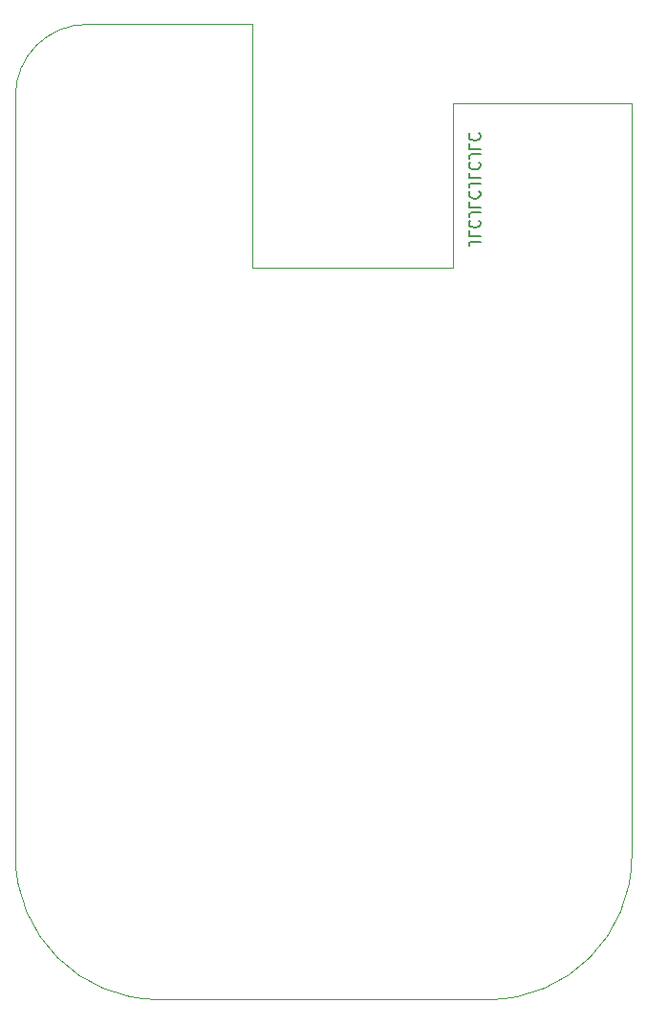
<source format=gbr>
G04 #@! TF.GenerationSoftware,KiCad,Pcbnew,5.1.5-52549c5~86~ubuntu18.04.1*
G04 #@! TF.CreationDate,2020-06-06T12:27:41+01:00*
G04 #@! TF.ProjectId,holobone,686f6c6f-626f-46e6-952e-6b696361645f,rev?*
G04 #@! TF.SameCoordinates,Original*
G04 #@! TF.FileFunction,Legend,Bot*
G04 #@! TF.FilePolarity,Positive*
%FSLAX46Y46*%
G04 Gerber Fmt 4.6, Leading zero omitted, Abs format (unit mm)*
G04 Created by KiCad (PCBNEW 5.1.5-52549c5~86~ubuntu18.04.1) date 2020-06-06 12:27:41*
%MOMM*%
%LPD*%
G04 APERTURE LIST*
%ADD10C,0.200000*%
G04 #@! TA.AperFunction,Profile*
%ADD11C,0.002540*%
G04 #@! TD*
G04 APERTURE END LIST*
D10*
X155652719Y-61921447D02*
X154938433Y-61921447D01*
X154795576Y-61969066D01*
X154700338Y-62064304D01*
X154652719Y-62207161D01*
X154652719Y-62302400D01*
X154652719Y-60969066D02*
X154652719Y-61445257D01*
X155652719Y-61445257D01*
X154747957Y-60064304D02*
X154700338Y-60111923D01*
X154652719Y-60254780D01*
X154652719Y-60350019D01*
X154700338Y-60492876D01*
X154795576Y-60588114D01*
X154890814Y-60635733D01*
X155081290Y-60683352D01*
X155224147Y-60683352D01*
X155414623Y-60635733D01*
X155509861Y-60588114D01*
X155605100Y-60492876D01*
X155652719Y-60350019D01*
X155652719Y-60254780D01*
X155605100Y-60111923D01*
X155557480Y-60064304D01*
X155652719Y-59350019D02*
X154938433Y-59350019D01*
X154795576Y-59397638D01*
X154700338Y-59492876D01*
X154652719Y-59635733D01*
X154652719Y-59730971D01*
X154652719Y-58397638D02*
X154652719Y-58873828D01*
X155652719Y-58873828D01*
X154747957Y-57492876D02*
X154700338Y-57540495D01*
X154652719Y-57683352D01*
X154652719Y-57778590D01*
X154700338Y-57921447D01*
X154795576Y-58016685D01*
X154890814Y-58064304D01*
X155081290Y-58111923D01*
X155224147Y-58111923D01*
X155414623Y-58064304D01*
X155509861Y-58016685D01*
X155605100Y-57921447D01*
X155652719Y-57778590D01*
X155652719Y-57683352D01*
X155605100Y-57540495D01*
X155557480Y-57492876D01*
X155652719Y-56778590D02*
X154938433Y-56778590D01*
X154795576Y-56826209D01*
X154700338Y-56921447D01*
X154652719Y-57064304D01*
X154652719Y-57159542D01*
X154652719Y-55826209D02*
X154652719Y-56302400D01*
X155652719Y-56302400D01*
X154747957Y-54921447D02*
X154700338Y-54969066D01*
X154652719Y-55111923D01*
X154652719Y-55207161D01*
X154700338Y-55350019D01*
X154795576Y-55445257D01*
X154890814Y-55492876D01*
X155081290Y-55540495D01*
X155224147Y-55540495D01*
X155414623Y-55492876D01*
X155509861Y-55445257D01*
X155605100Y-55350019D01*
X155652719Y-55207161D01*
X155652719Y-55111923D01*
X155605100Y-54969066D01*
X155557480Y-54921447D01*
X155652719Y-54207161D02*
X154938433Y-54207161D01*
X154795576Y-54254780D01*
X154700338Y-54350019D01*
X154652719Y-54492876D01*
X154652719Y-54588114D01*
X154652719Y-53254780D02*
X154652719Y-53730971D01*
X155652719Y-53730971D01*
X154747957Y-52350019D02*
X154700338Y-52397638D01*
X154652719Y-52540495D01*
X154652719Y-52635733D01*
X154700338Y-52778590D01*
X154795576Y-52873828D01*
X154890814Y-52921447D01*
X155081290Y-52969066D01*
X155224147Y-52969066D01*
X155414623Y-52921447D01*
X155509861Y-52873828D01*
X155605100Y-52778590D01*
X155652719Y-52635733D01*
X155652719Y-52540495D01*
X155605100Y-52397638D01*
X155557480Y-52350019D01*
D11*
X114465100Y-116357400D02*
G75*
G03X127165100Y-129057400I12700000J0D01*
G01*
X156375100Y-129057400D02*
G75*
G03X169075100Y-116357400I0J12700000D01*
G01*
X120815100Y-42697400D02*
G75*
G03X114465100Y-49047400I0J-6350000D01*
G01*
X135420100Y-42697400D02*
X120815100Y-42697400D01*
X135420100Y-64287400D02*
X135420100Y-42697400D01*
X153200100Y-64287400D02*
X135420100Y-64287400D01*
X153200100Y-49682400D02*
X153200100Y-64287400D01*
X169075100Y-49682400D02*
X153200100Y-49682400D01*
X169075100Y-116357400D02*
X169075100Y-49682400D01*
X127165100Y-129057400D02*
X156375100Y-129057400D01*
X114465100Y-49047400D02*
X114465100Y-116357400D01*
M02*

</source>
